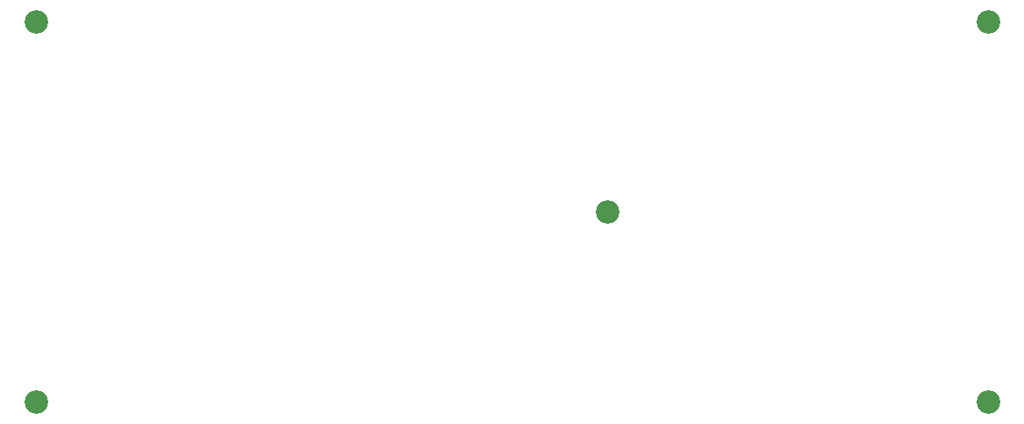
<source format=gbl>
%TF.GenerationSoftware,KiCad,Pcbnew,5.1.2*%
%TF.CreationDate,2019-07-10T21:07:11+02:00*%
%TF.ProjectId,plate,706c6174-652e-46b6-9963-61645f706362,rev?*%
%TF.SameCoordinates,Original*%
%TF.FileFunction,Copper,L2,Bot*%
%TF.FilePolarity,Positive*%
%FSLAX46Y46*%
G04 Gerber Fmt 4.6, Leading zero omitted, Abs format (unit mm)*
G04 Created by KiCad (PCBNEW 5.1.2) date 2019-07-10 21:07:11*
%MOMM*%
%LPD*%
G04 APERTURE LIST*
%ADD10C,2.350000*%
%ADD11C,0.350000*%
G04 APERTURE END LIST*
D10*
X41962830Y-53471410D03*
X41980260Y-15352638D03*
X-53270483Y-15351936D03*
X-53267166Y-53456180D03*
X3879936Y-34415410D03*
D11*
X41962830Y-53471410D03*
X41980260Y-15352638D03*
X-53270483Y-15351936D03*
X-53267166Y-53456180D03*
X3879936Y-34415410D03*
M02*

</source>
